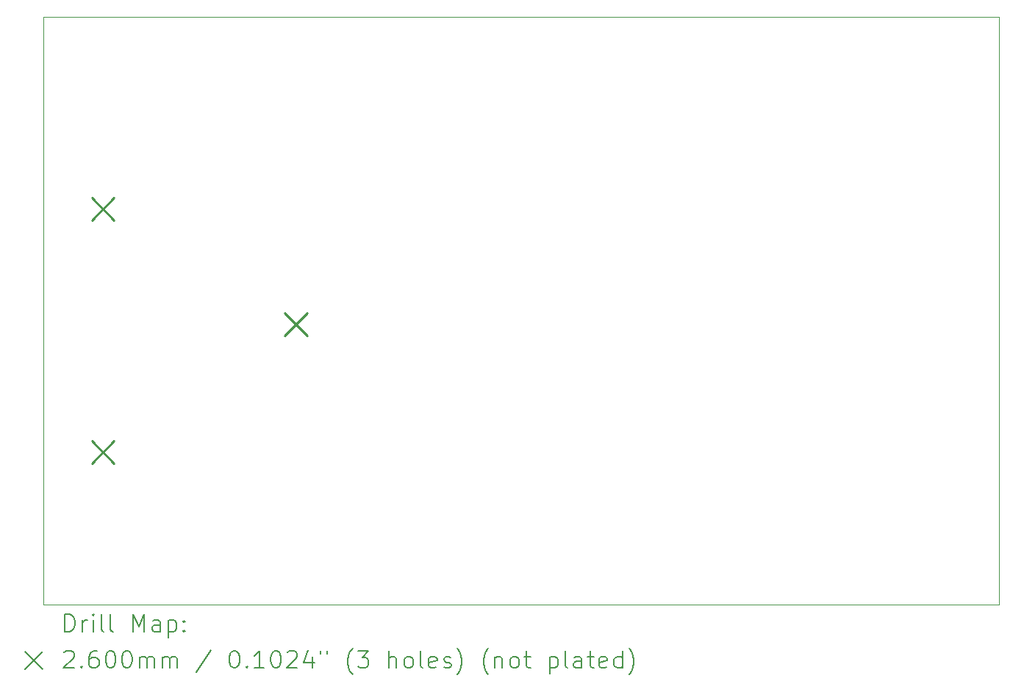
<source format=gbr>
%TF.GenerationSoftware,KiCad,Pcbnew,6.0.11-2627ca5db0~126~ubuntu22.04.1*%
%TF.CreationDate,2023-02-05T11:25:59-03:00*%
%TF.ProjectId,ball_launcher_kicad,62616c6c-5f6c-4617-956e-636865725f6b,rev?*%
%TF.SameCoordinates,Original*%
%TF.FileFunction,Drillmap*%
%TF.FilePolarity,Positive*%
%FSLAX45Y45*%
G04 Gerber Fmt 4.5, Leading zero omitted, Abs format (unit mm)*
G04 Created by KiCad (PCBNEW 6.0.11-2627ca5db0~126~ubuntu22.04.1) date 2023-02-05 11:25:59*
%MOMM*%
%LPD*%
G01*
G04 APERTURE LIST*
%ADD10C,0.100000*%
%ADD11C,0.200000*%
%ADD12C,0.260000*%
G04 APERTURE END LIST*
D10*
X17200500Y-9460000D02*
X28210500Y-9460000D01*
X28210500Y-9460000D02*
X28210500Y-16228000D01*
X28210500Y-16228000D02*
X17200500Y-16228000D01*
X17200500Y-16228000D02*
X17200500Y-9460000D01*
D11*
D12*
X17760000Y-11545000D02*
X18020000Y-11805000D01*
X18020000Y-11545000D02*
X17760000Y-11805000D01*
X17760000Y-14345000D02*
X18020000Y-14605000D01*
X18020000Y-14345000D02*
X17760000Y-14605000D01*
X19980000Y-12870000D02*
X20240000Y-13130000D01*
X20240000Y-12870000D02*
X19980000Y-13130000D01*
D11*
X17453119Y-16543476D02*
X17453119Y-16343476D01*
X17500738Y-16343476D01*
X17529310Y-16353000D01*
X17548357Y-16372048D01*
X17557881Y-16391095D01*
X17567405Y-16429190D01*
X17567405Y-16457762D01*
X17557881Y-16495857D01*
X17548357Y-16514905D01*
X17529310Y-16533952D01*
X17500738Y-16543476D01*
X17453119Y-16543476D01*
X17653119Y-16543476D02*
X17653119Y-16410143D01*
X17653119Y-16448238D02*
X17662643Y-16429190D01*
X17672167Y-16419667D01*
X17691214Y-16410143D01*
X17710262Y-16410143D01*
X17776929Y-16543476D02*
X17776929Y-16410143D01*
X17776929Y-16343476D02*
X17767405Y-16353000D01*
X17776929Y-16362524D01*
X17786452Y-16353000D01*
X17776929Y-16343476D01*
X17776929Y-16362524D01*
X17900738Y-16543476D02*
X17881690Y-16533952D01*
X17872167Y-16514905D01*
X17872167Y-16343476D01*
X18005500Y-16543476D02*
X17986452Y-16533952D01*
X17976929Y-16514905D01*
X17976929Y-16343476D01*
X18234071Y-16543476D02*
X18234071Y-16343476D01*
X18300738Y-16486333D01*
X18367405Y-16343476D01*
X18367405Y-16543476D01*
X18548357Y-16543476D02*
X18548357Y-16438714D01*
X18538833Y-16419667D01*
X18519786Y-16410143D01*
X18481690Y-16410143D01*
X18462643Y-16419667D01*
X18548357Y-16533952D02*
X18529310Y-16543476D01*
X18481690Y-16543476D01*
X18462643Y-16533952D01*
X18453119Y-16514905D01*
X18453119Y-16495857D01*
X18462643Y-16476809D01*
X18481690Y-16467286D01*
X18529310Y-16467286D01*
X18548357Y-16457762D01*
X18643595Y-16410143D02*
X18643595Y-16610143D01*
X18643595Y-16419667D02*
X18662643Y-16410143D01*
X18700738Y-16410143D01*
X18719786Y-16419667D01*
X18729310Y-16429190D01*
X18738833Y-16448238D01*
X18738833Y-16505381D01*
X18729310Y-16524428D01*
X18719786Y-16533952D01*
X18700738Y-16543476D01*
X18662643Y-16543476D01*
X18643595Y-16533952D01*
X18824548Y-16524428D02*
X18834071Y-16533952D01*
X18824548Y-16543476D01*
X18815024Y-16533952D01*
X18824548Y-16524428D01*
X18824548Y-16543476D01*
X18824548Y-16419667D02*
X18834071Y-16429190D01*
X18824548Y-16438714D01*
X18815024Y-16429190D01*
X18824548Y-16419667D01*
X18824548Y-16438714D01*
X16995500Y-16773000D02*
X17195500Y-16973000D01*
X17195500Y-16773000D02*
X16995500Y-16973000D01*
X17443595Y-16782524D02*
X17453119Y-16773000D01*
X17472167Y-16763476D01*
X17519786Y-16763476D01*
X17538833Y-16773000D01*
X17548357Y-16782524D01*
X17557881Y-16801571D01*
X17557881Y-16820619D01*
X17548357Y-16849190D01*
X17434071Y-16963476D01*
X17557881Y-16963476D01*
X17643595Y-16944429D02*
X17653119Y-16953952D01*
X17643595Y-16963476D01*
X17634071Y-16953952D01*
X17643595Y-16944429D01*
X17643595Y-16963476D01*
X17824548Y-16763476D02*
X17786452Y-16763476D01*
X17767405Y-16773000D01*
X17757881Y-16782524D01*
X17738833Y-16811095D01*
X17729310Y-16849190D01*
X17729310Y-16925381D01*
X17738833Y-16944429D01*
X17748357Y-16953952D01*
X17767405Y-16963476D01*
X17805500Y-16963476D01*
X17824548Y-16953952D01*
X17834071Y-16944429D01*
X17843595Y-16925381D01*
X17843595Y-16877762D01*
X17834071Y-16858714D01*
X17824548Y-16849190D01*
X17805500Y-16839667D01*
X17767405Y-16839667D01*
X17748357Y-16849190D01*
X17738833Y-16858714D01*
X17729310Y-16877762D01*
X17967405Y-16763476D02*
X17986452Y-16763476D01*
X18005500Y-16773000D01*
X18015024Y-16782524D01*
X18024548Y-16801571D01*
X18034071Y-16839667D01*
X18034071Y-16887286D01*
X18024548Y-16925381D01*
X18015024Y-16944429D01*
X18005500Y-16953952D01*
X17986452Y-16963476D01*
X17967405Y-16963476D01*
X17948357Y-16953952D01*
X17938833Y-16944429D01*
X17929310Y-16925381D01*
X17919786Y-16887286D01*
X17919786Y-16839667D01*
X17929310Y-16801571D01*
X17938833Y-16782524D01*
X17948357Y-16773000D01*
X17967405Y-16763476D01*
X18157881Y-16763476D02*
X18176929Y-16763476D01*
X18195976Y-16773000D01*
X18205500Y-16782524D01*
X18215024Y-16801571D01*
X18224548Y-16839667D01*
X18224548Y-16887286D01*
X18215024Y-16925381D01*
X18205500Y-16944429D01*
X18195976Y-16953952D01*
X18176929Y-16963476D01*
X18157881Y-16963476D01*
X18138833Y-16953952D01*
X18129310Y-16944429D01*
X18119786Y-16925381D01*
X18110262Y-16887286D01*
X18110262Y-16839667D01*
X18119786Y-16801571D01*
X18129310Y-16782524D01*
X18138833Y-16773000D01*
X18157881Y-16763476D01*
X18310262Y-16963476D02*
X18310262Y-16830143D01*
X18310262Y-16849190D02*
X18319786Y-16839667D01*
X18338833Y-16830143D01*
X18367405Y-16830143D01*
X18386452Y-16839667D01*
X18395976Y-16858714D01*
X18395976Y-16963476D01*
X18395976Y-16858714D02*
X18405500Y-16839667D01*
X18424548Y-16830143D01*
X18453119Y-16830143D01*
X18472167Y-16839667D01*
X18481690Y-16858714D01*
X18481690Y-16963476D01*
X18576929Y-16963476D02*
X18576929Y-16830143D01*
X18576929Y-16849190D02*
X18586452Y-16839667D01*
X18605500Y-16830143D01*
X18634071Y-16830143D01*
X18653119Y-16839667D01*
X18662643Y-16858714D01*
X18662643Y-16963476D01*
X18662643Y-16858714D02*
X18672167Y-16839667D01*
X18691214Y-16830143D01*
X18719786Y-16830143D01*
X18738833Y-16839667D01*
X18748357Y-16858714D01*
X18748357Y-16963476D01*
X19138833Y-16753952D02*
X18967405Y-17011095D01*
X19395976Y-16763476D02*
X19415024Y-16763476D01*
X19434071Y-16773000D01*
X19443595Y-16782524D01*
X19453119Y-16801571D01*
X19462643Y-16839667D01*
X19462643Y-16887286D01*
X19453119Y-16925381D01*
X19443595Y-16944429D01*
X19434071Y-16953952D01*
X19415024Y-16963476D01*
X19395976Y-16963476D01*
X19376929Y-16953952D01*
X19367405Y-16944429D01*
X19357881Y-16925381D01*
X19348357Y-16887286D01*
X19348357Y-16839667D01*
X19357881Y-16801571D01*
X19367405Y-16782524D01*
X19376929Y-16773000D01*
X19395976Y-16763476D01*
X19548357Y-16944429D02*
X19557881Y-16953952D01*
X19548357Y-16963476D01*
X19538833Y-16953952D01*
X19548357Y-16944429D01*
X19548357Y-16963476D01*
X19748357Y-16963476D02*
X19634071Y-16963476D01*
X19691214Y-16963476D02*
X19691214Y-16763476D01*
X19672167Y-16792048D01*
X19653119Y-16811095D01*
X19634071Y-16820619D01*
X19872167Y-16763476D02*
X19891214Y-16763476D01*
X19910262Y-16773000D01*
X19919786Y-16782524D01*
X19929310Y-16801571D01*
X19938833Y-16839667D01*
X19938833Y-16887286D01*
X19929310Y-16925381D01*
X19919786Y-16944429D01*
X19910262Y-16953952D01*
X19891214Y-16963476D01*
X19872167Y-16963476D01*
X19853119Y-16953952D01*
X19843595Y-16944429D01*
X19834071Y-16925381D01*
X19824548Y-16887286D01*
X19824548Y-16839667D01*
X19834071Y-16801571D01*
X19843595Y-16782524D01*
X19853119Y-16773000D01*
X19872167Y-16763476D01*
X20015024Y-16782524D02*
X20024548Y-16773000D01*
X20043595Y-16763476D01*
X20091214Y-16763476D01*
X20110262Y-16773000D01*
X20119786Y-16782524D01*
X20129310Y-16801571D01*
X20129310Y-16820619D01*
X20119786Y-16849190D01*
X20005500Y-16963476D01*
X20129310Y-16963476D01*
X20300738Y-16830143D02*
X20300738Y-16963476D01*
X20253119Y-16753952D02*
X20205500Y-16896810D01*
X20329310Y-16896810D01*
X20395976Y-16763476D02*
X20395976Y-16801571D01*
X20472167Y-16763476D02*
X20472167Y-16801571D01*
X20767405Y-17039667D02*
X20757881Y-17030143D01*
X20738833Y-17001571D01*
X20729310Y-16982524D01*
X20719786Y-16953952D01*
X20710262Y-16906333D01*
X20710262Y-16868238D01*
X20719786Y-16820619D01*
X20729310Y-16792048D01*
X20738833Y-16773000D01*
X20757881Y-16744428D01*
X20767405Y-16734905D01*
X20824548Y-16763476D02*
X20948357Y-16763476D01*
X20881690Y-16839667D01*
X20910262Y-16839667D01*
X20929310Y-16849190D01*
X20938833Y-16858714D01*
X20948357Y-16877762D01*
X20948357Y-16925381D01*
X20938833Y-16944429D01*
X20929310Y-16953952D01*
X20910262Y-16963476D01*
X20853119Y-16963476D01*
X20834071Y-16953952D01*
X20824548Y-16944429D01*
X21186452Y-16963476D02*
X21186452Y-16763476D01*
X21272167Y-16963476D02*
X21272167Y-16858714D01*
X21262643Y-16839667D01*
X21243595Y-16830143D01*
X21215024Y-16830143D01*
X21195976Y-16839667D01*
X21186452Y-16849190D01*
X21395976Y-16963476D02*
X21376929Y-16953952D01*
X21367405Y-16944429D01*
X21357881Y-16925381D01*
X21357881Y-16868238D01*
X21367405Y-16849190D01*
X21376929Y-16839667D01*
X21395976Y-16830143D01*
X21424548Y-16830143D01*
X21443595Y-16839667D01*
X21453119Y-16849190D01*
X21462643Y-16868238D01*
X21462643Y-16925381D01*
X21453119Y-16944429D01*
X21443595Y-16953952D01*
X21424548Y-16963476D01*
X21395976Y-16963476D01*
X21576929Y-16963476D02*
X21557881Y-16953952D01*
X21548357Y-16934905D01*
X21548357Y-16763476D01*
X21729310Y-16953952D02*
X21710262Y-16963476D01*
X21672167Y-16963476D01*
X21653119Y-16953952D01*
X21643595Y-16934905D01*
X21643595Y-16858714D01*
X21653119Y-16839667D01*
X21672167Y-16830143D01*
X21710262Y-16830143D01*
X21729310Y-16839667D01*
X21738833Y-16858714D01*
X21738833Y-16877762D01*
X21643595Y-16896810D01*
X21815024Y-16953952D02*
X21834071Y-16963476D01*
X21872167Y-16963476D01*
X21891214Y-16953952D01*
X21900738Y-16934905D01*
X21900738Y-16925381D01*
X21891214Y-16906333D01*
X21872167Y-16896810D01*
X21843595Y-16896810D01*
X21824548Y-16887286D01*
X21815024Y-16868238D01*
X21815024Y-16858714D01*
X21824548Y-16839667D01*
X21843595Y-16830143D01*
X21872167Y-16830143D01*
X21891214Y-16839667D01*
X21967405Y-17039667D02*
X21976929Y-17030143D01*
X21995976Y-17001571D01*
X22005500Y-16982524D01*
X22015024Y-16953952D01*
X22024548Y-16906333D01*
X22024548Y-16868238D01*
X22015024Y-16820619D01*
X22005500Y-16792048D01*
X21995976Y-16773000D01*
X21976929Y-16744428D01*
X21967405Y-16734905D01*
X22329310Y-17039667D02*
X22319786Y-17030143D01*
X22300738Y-17001571D01*
X22291214Y-16982524D01*
X22281690Y-16953952D01*
X22272167Y-16906333D01*
X22272167Y-16868238D01*
X22281690Y-16820619D01*
X22291214Y-16792048D01*
X22300738Y-16773000D01*
X22319786Y-16744428D01*
X22329310Y-16734905D01*
X22405500Y-16830143D02*
X22405500Y-16963476D01*
X22405500Y-16849190D02*
X22415024Y-16839667D01*
X22434071Y-16830143D01*
X22462643Y-16830143D01*
X22481690Y-16839667D01*
X22491214Y-16858714D01*
X22491214Y-16963476D01*
X22615024Y-16963476D02*
X22595976Y-16953952D01*
X22586452Y-16944429D01*
X22576928Y-16925381D01*
X22576928Y-16868238D01*
X22586452Y-16849190D01*
X22595976Y-16839667D01*
X22615024Y-16830143D01*
X22643595Y-16830143D01*
X22662643Y-16839667D01*
X22672167Y-16849190D01*
X22681690Y-16868238D01*
X22681690Y-16925381D01*
X22672167Y-16944429D01*
X22662643Y-16953952D01*
X22643595Y-16963476D01*
X22615024Y-16963476D01*
X22738833Y-16830143D02*
X22815024Y-16830143D01*
X22767405Y-16763476D02*
X22767405Y-16934905D01*
X22776928Y-16953952D01*
X22795976Y-16963476D01*
X22815024Y-16963476D01*
X23034071Y-16830143D02*
X23034071Y-17030143D01*
X23034071Y-16839667D02*
X23053119Y-16830143D01*
X23091214Y-16830143D01*
X23110262Y-16839667D01*
X23119786Y-16849190D01*
X23129309Y-16868238D01*
X23129309Y-16925381D01*
X23119786Y-16944429D01*
X23110262Y-16953952D01*
X23091214Y-16963476D01*
X23053119Y-16963476D01*
X23034071Y-16953952D01*
X23243595Y-16963476D02*
X23224548Y-16953952D01*
X23215024Y-16934905D01*
X23215024Y-16763476D01*
X23405500Y-16963476D02*
X23405500Y-16858714D01*
X23395976Y-16839667D01*
X23376928Y-16830143D01*
X23338833Y-16830143D01*
X23319786Y-16839667D01*
X23405500Y-16953952D02*
X23386452Y-16963476D01*
X23338833Y-16963476D01*
X23319786Y-16953952D01*
X23310262Y-16934905D01*
X23310262Y-16915857D01*
X23319786Y-16896810D01*
X23338833Y-16887286D01*
X23386452Y-16887286D01*
X23405500Y-16877762D01*
X23472167Y-16830143D02*
X23548357Y-16830143D01*
X23500738Y-16763476D02*
X23500738Y-16934905D01*
X23510262Y-16953952D01*
X23529309Y-16963476D01*
X23548357Y-16963476D01*
X23691214Y-16953952D02*
X23672167Y-16963476D01*
X23634071Y-16963476D01*
X23615024Y-16953952D01*
X23605500Y-16934905D01*
X23605500Y-16858714D01*
X23615024Y-16839667D01*
X23634071Y-16830143D01*
X23672167Y-16830143D01*
X23691214Y-16839667D01*
X23700738Y-16858714D01*
X23700738Y-16877762D01*
X23605500Y-16896810D01*
X23872167Y-16963476D02*
X23872167Y-16763476D01*
X23872167Y-16953952D02*
X23853119Y-16963476D01*
X23815024Y-16963476D01*
X23795976Y-16953952D01*
X23786452Y-16944429D01*
X23776928Y-16925381D01*
X23776928Y-16868238D01*
X23786452Y-16849190D01*
X23795976Y-16839667D01*
X23815024Y-16830143D01*
X23853119Y-16830143D01*
X23872167Y-16839667D01*
X23948357Y-17039667D02*
X23957881Y-17030143D01*
X23976928Y-17001571D01*
X23986452Y-16982524D01*
X23995976Y-16953952D01*
X24005500Y-16906333D01*
X24005500Y-16868238D01*
X23995976Y-16820619D01*
X23986452Y-16792048D01*
X23976928Y-16773000D01*
X23957881Y-16744428D01*
X23948357Y-16734905D01*
M02*

</source>
